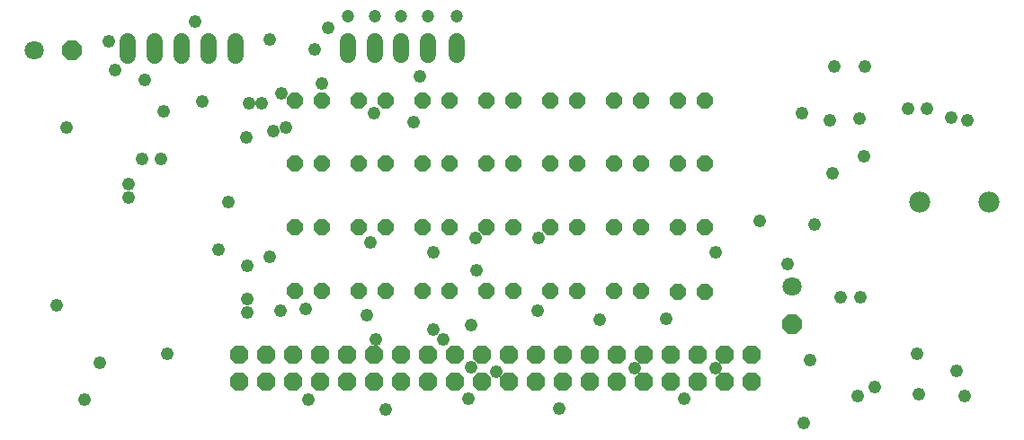
<source format=gbs>
G75*
%MOIN*%
%OFA0B0*%
%FSLAX24Y24*%
%IPPOS*%
%LPD*%
%AMOC8*
5,1,8,0,0,1.08239X$1,22.5*
%
%ADD10OC8,0.0600*%
%ADD11C,0.0600*%
%ADD12C,0.0595*%
%ADD13C,0.0474*%
%ADD14C,0.0780*%
%ADD15OC8,0.0680*%
%ADD16OC8,0.0710*%
%ADD17C,0.0710*%
%ADD18C,0.0480*%
D10*
X013043Y007881D03*
X014043Y007881D03*
X015405Y007881D03*
X016405Y007881D03*
X017767Y007881D03*
X018767Y007881D03*
X020130Y007881D03*
X021130Y007881D03*
X022492Y007881D03*
X023492Y007881D03*
X024854Y007881D03*
X025854Y007881D03*
X027216Y007842D03*
X028216Y007842D03*
X028216Y010244D03*
X027216Y010244D03*
X025854Y010244D03*
X024854Y010244D03*
X023492Y010244D03*
X022492Y010244D03*
X021130Y010244D03*
X020130Y010244D03*
X018767Y010244D03*
X017767Y010244D03*
X016405Y010244D03*
X015405Y010244D03*
X014043Y010244D03*
X013043Y010244D03*
X013043Y012606D03*
X014043Y012606D03*
X015405Y012606D03*
X016405Y012606D03*
X017767Y012606D03*
X018767Y012606D03*
X020130Y012606D03*
X021130Y012606D03*
X022492Y012606D03*
X023492Y012606D03*
X024854Y012606D03*
X025854Y012606D03*
X027216Y012606D03*
X028216Y012606D03*
X028216Y014968D03*
X027216Y014968D03*
X025854Y014968D03*
X024854Y014968D03*
X023492Y014968D03*
X022492Y014968D03*
X021130Y014968D03*
X020130Y014968D03*
X018767Y014968D03*
X017767Y014968D03*
X016405Y014968D03*
X015405Y014968D03*
X014043Y014968D03*
X013043Y014968D03*
D11*
X010830Y016625D02*
X010830Y017145D01*
X009830Y017145D02*
X009830Y016625D01*
X008830Y016625D02*
X008830Y017145D01*
X007830Y017145D02*
X007830Y016625D01*
X006830Y016625D02*
X006830Y017145D01*
D12*
X015000Y017155D02*
X015000Y016640D01*
X015984Y016640D02*
X015984Y017155D01*
X016968Y017155D02*
X016968Y016640D01*
X017952Y016640D02*
X017952Y017155D01*
X019015Y017155D02*
X019015Y016640D01*
D13*
X019015Y018078D03*
X017952Y018078D03*
X016968Y018078D03*
X015984Y018078D03*
X015000Y018078D03*
D14*
X036200Y011189D03*
X038760Y011189D03*
D15*
X029972Y005507D03*
X028972Y005507D03*
X027972Y005507D03*
X026972Y005507D03*
X025972Y005507D03*
X024972Y005507D03*
X023972Y005507D03*
X022972Y005507D03*
X021972Y005507D03*
X020972Y005507D03*
X019972Y005507D03*
X018972Y005507D03*
X017972Y005507D03*
X016972Y005507D03*
X015972Y005507D03*
X014972Y005507D03*
X013972Y005507D03*
X012972Y005507D03*
X011972Y005507D03*
X010972Y005507D03*
X010972Y004507D03*
X011972Y004507D03*
X012972Y004507D03*
X013972Y004507D03*
X014972Y004507D03*
X015972Y004507D03*
X016972Y004507D03*
X017972Y004507D03*
X018972Y004507D03*
X019972Y004507D03*
X020972Y004507D03*
X021972Y004507D03*
X022972Y004507D03*
X023972Y004507D03*
X024972Y004507D03*
X025972Y004507D03*
X026972Y004507D03*
X027972Y004507D03*
X028972Y004507D03*
X029972Y004507D03*
D16*
X031456Y006670D03*
X004755Y016819D03*
D17*
X003355Y016819D03*
X031456Y008070D03*
D18*
X005242Y003838D03*
X005782Y005233D03*
X008302Y005548D03*
X011272Y007078D03*
X011272Y007573D03*
X012487Y007168D03*
X013432Y007213D03*
X015682Y006988D03*
X016042Y006088D03*
X018157Y006448D03*
X018517Y006088D03*
X019552Y006628D03*
X022027Y007168D03*
X024322Y006808D03*
X026797Y006853D03*
X025627Y005008D03*
X027472Y003883D03*
X028642Y005008D03*
X032129Y005329D03*
X033896Y003973D03*
X034537Y004333D03*
X036157Y004063D03*
X037552Y004918D03*
X037874Y003984D03*
X036102Y005559D03*
X033997Y007663D03*
X033277Y007663D03*
X031297Y008878D03*
X028642Y009328D03*
X030275Y010480D03*
X032287Y010363D03*
X032962Y012253D03*
X034132Y012883D03*
X033952Y014278D03*
X032872Y014233D03*
X031837Y014486D03*
X033031Y016228D03*
X034173Y016228D03*
X035748Y014653D03*
X036456Y014653D03*
X037372Y014323D03*
X037957Y014233D03*
X022072Y009868D03*
X019732Y009868D03*
X018157Y009328D03*
X019777Y008653D03*
X015817Y009688D03*
X012082Y009148D03*
X011272Y008833D03*
X010192Y009418D03*
X010552Y011173D03*
X008077Y012793D03*
X007357Y012793D03*
X006862Y011848D03*
X006862Y011353D03*
X011227Y013603D03*
X012217Y013828D03*
X012712Y013963D03*
X011812Y014863D03*
X011317Y014863D03*
X012532Y015223D03*
X014017Y015583D03*
X015952Y014503D03*
X017437Y014143D03*
X017662Y015853D03*
X014252Y017645D03*
X013747Y016843D03*
X012086Y017212D03*
X009320Y017878D03*
X006142Y017158D03*
X006367Y016078D03*
X007447Y015718D03*
X008167Y014548D03*
X009584Y014908D03*
X004567Y013963D03*
X004207Y007348D03*
X013522Y003838D03*
X016402Y003478D03*
X019462Y003883D03*
X019552Y005053D03*
X020497Y004873D03*
X022837Y003523D03*
X031882Y002983D03*
M02*

</source>
